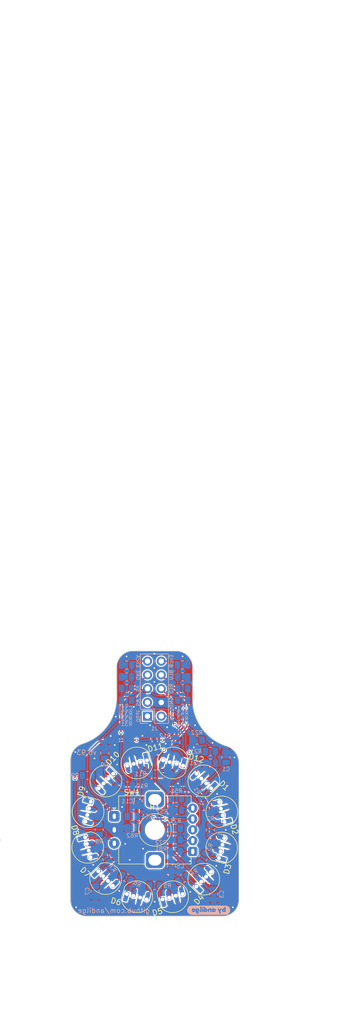
<source format=kicad_pcb>
(kicad_pcb (version 20211014) (generator pcbnew)
  (title_block (title "Futai RGB Encoder with WS2811D F5 Ring") (date "2022-02-24") (rev "0.93") (company "andilge"))
  (layers (0 "F.Cu" signal) (31 "B.Cu" signal) (34 "B.Paste" user) (35 "F.Paste" user) (36 "B.SilkS" user "B.Silkscreen") (37 "F.SilkS" user "F.Silkscreen") (38 "B.Mask" user) (39 "F.Mask" user) (44 "Edge.Cuts" user))
  (net 0 "")
  (net 1 "GND")
  (net 2 "Net-(C21-Pad1)")
  (net 3 "Net-(C31-Pad2)")
  (net 4 "Net-(C41-Pad2)")
  (net 5 "Net-(D1-Pad1)")
  (net 6 "DIN")
  (net 7 "Net-(D2-Pad1)")
  (net 8 "Net-(D4-Pad1)")
  (net 9 "Net-(D5-Pad1)")
  (net 10 "Net-(D7-Pad1)")
  (net 11 "Net-(D8-Pad1)")
  (net 12 "Net-(D10-Pad4)")
  (net 13 "Net-(D10-Pad1)")
  (net 14 "Net-(D11-Pad1)")
  (net 15 "DOUT")
  (net 16 "+5VL")
  (net 17 "RED")
  (net 18 "BLU")
  (net 19 "GRE")
  (net 20 "SWC")
  (net 21 "ENC_A")
  (net 22 "ENC_B")
  (net 23 "Net-(D3-Pad1)")
  (net 24 "Net-(D6-Pad1)")
  (net 25 "Net-(D2-Pad4)")
  (net 26 "Net-(D3-Pad4)")
  (net 27 "Net-(D4-Pad4)")
  (net 28 "Net-(D5-Pad4)")
  (net 29 "Net-(D6-Pad4)")
  (net 30 "Net-(D7-Pad4)")
  (net 31 "Net-(D8-Pad4)")
  (net 32 "Net-(D9-Pad1)")
  (net 33 "Net-(D9-Pad4)")
  (net 34 "Net-(D11-Pad4)")
  (net 35 "Net-(D12-Pad4)")
  (net 36 "Q-RED")
  (net 37 "Q-GRE")
  (net 38 "Q-BLU")
  (net 39 "Net-(R81-Pad2)")
  (net 40 "Net-(D12-Pad1)")
  (footprint "andilge KiCad footprints:WS2811D-F5-1261" (layer "F.Cu") (at 122.66 89.45 105)
    (fp_text reference "D8")
    (fp_text value "WS2812D F5 hat")
  )
  (footprint "andilge KiCad footprints:WS2811D-F5-1261" (layer "F.Cu") (at 147.38 89.59 -105)
    (fp_text reference "D3")
    (fp_text value "WS2812D F5 hat")
  )
  (footprint "andilge KiCad footprints:WS2811D-F5-1261" (layer "F.Cu") (at 144.07 95.34 -135)
    (fp_text reference "D4")
    (fp_text value "WS2812D F5 hat")
  )
  (footprint "andilge KiCad footprints:WS2811D-F5-1261" (layer "F.Cu") (at 125.94 95.22 135)
    (fp_text reference "D7")
    (fp_text value "WS2812D F5 hat")
  )
  (footprint "andilge KiCad footprints:WS2811D-F5-1261" (layer "F.Cu") (at 147.42 82.92 -75)
    (fp_text reference "D2")
    (fp_text value "WS2812D F5 hat")
  )
  (footprint "andilge KiCad footprints:MountingHole_3.2mm_M3" (layer "F.Cu") (at 135.04 86.24)
    (fp_text reference "H1")
    (fp_text value "MountingHole")
  )
  (footprint "andilge KiCad footprints:WS2811D-F5-1261" (layer "F.Cu") (at 131.76 73.87 15)
    (fp_text reference "D11")
    (fp_text value "WS2812D F5 hat")
  )
  (footprint "footprints:LED_RotaryEncoder_EC12_Switch_Vertical_H20mm" (layer "F.Cu") (at 135.05 86.225)
    (fp_text reference "SW1")
    (fp_text value "RotaryEncoder_Switch_RGB")
  )
  (footprint "andilge KiCad footprints:WS2811D-F5-1261" (layer "F.Cu") (at 138.41 73.88 -15)
    (fp_text reference "D12")
    (fp_text value "WS2812D F5 hat")
  )
  (footprint "andilge KiCad footprints:WS2811D-F5-1261" (layer "F.Cu") (at 144.1 77.2 -45)
    (fp_text reference "D1")
    (fp_text value "WS2812D F5 hat")
  )
  (footprint "andilge KiCad footprints:WS2811D-F5-1261" (layer "F.Cu") (at 138.31 98.58 -165)
    (fp_text reference "D5")
    (fp_text value "WS2812D F5 hat")
  )
  (footprint "andilge KiCad footprints:WS2811D-F5-1261" (layer "F.Cu") (at 122.72 82.87 75)
    (fp_text reference "D9")
    (fp_text value "WS2812D F5 hat")
  )
  (footprint "andilge KiCad footprints:WS2811D-F5-1261" (layer "F.Cu") (at 131.7 98.57 165)
    (fp_text reference "D6")
    (fp_text value "WS2812D F5 hat")
  )
  (footprint "andilge KiCad footprints:WS2811D-F5-1261" (layer "F.Cu") (at 126.01 77.2 45)
    (fp_text reference "D10")
    (fp_text value "WS2812D F5 hat")
  )
  (footprint "Resistor_SMD:R_0805_2012Metric" (layer "B.Cu") (at 140.18 62.3)
    (fp_text reference "R41")
    (fp_text value "10kΩ")
  )
  (footprint "Resistor_SMD:R_0805_2012Metric" (layer "B.Cu") (at 139.05 80.43 180)
    (fp_text reference "R51")
    (fp_text value "12kΩ")
  )
  (footprint "Resistor_SMD:R_0805_2012Metric" (layer "B.Cu") (at 129.83 57.99)
    (fp_text reference "R33")
    (fp_text value "39kΩ")
  )
  (footprint "Resistor_SMD:R_0805_2012Metric" (layer "B.Cu") (at 138.84 90.21)
    (fp_text reference "R81")
    (fp_text value "100Ω")
  )
  (footprint "Capacitor_SMD:C_0805_2012Metric" (layer "B.Cu") (at 148.18 72.81 90)
    (fp_text reference "C1")
    (fp_text value "220nF")
  )
  (footprint "Resistor_SMD:R_0805_2012Metric" (layer "B.Cu") (at 145.3 71.75 180)
    (fp_text reference "R21")
    (fp_text value "33kΩ")
  )
  (footprint "Resistor_SMD:R_0805_2012Metric" (layer "B.Cu") (at 130.878572 85.83)
    (fp_text reference "R62")
    (fp_text value "2kΩ")
  )
  (footprint "Resistor_SMD:R_0805_2012Metric" (layer "B.Cu") (at 138.86 85.92 180)
    (fp_text reference "R71")
    (fp_text value "12kΩ")
  )
  (footprint "Resistor_SMD:R_0805_2012Metric" (layer "B.Cu") (at 130.88 83.74 180)
    (fp_text reference "R61")
    (fp_text value "12kΩ")
  )
  (footprint "Resistor_SMD:R_0805_2012Metric" (layer "B.Cu") (at 122.56 76.17)
    (fp_text reference "R9")
    (fp_text value "75Ω")
  )
  (footprint "Resistor_SMD:R_0805_2012Metric" (layer "B.Cu") (at 138.84 88.06)
    (fp_text reference "R72")
    (fp_text value "2kΩ")
  )
  (footprint "Connector_PinHeader_2.54mm:PinHeader_2x05_P2.54mm_Vertical" (layer "B.Cu") (at 133.69 65.23)
    (fp_text reference "J1")
    (fp_text value "Conn_02x05_Top_Bottom")
  )
  (footprint "Resistor_SMD:R_0805_2012Metric" (layer "B.Cu") (at 144.06 81.05 120)
    (fp_text reference "R1")
    (fp_text value "75Ω")
  )
  (footprint "Resistor_SMD:R_0805_2012Metric" (layer "B.Cu") (at 135 96.51 180)
    (fp_text reference "R5")
    (fp_text value "75Ω")
  )
  (footprint "Resistor_SMD:R_0805_2012Metric" (layer "B.Cu") (at 139.048572 82.61)
    (fp_text reference "R52")
    (fp_text value "2kΩ")
  )
  (footprint "Resistor_SMD:R_0805_2012Metric" (layer "B.Cu") (at 129.77 95.04 150)
    (fp_text reference "R6")
    (fp_text value "75Ω")
  )
  (footprint "Resistor_SMD:R_0805_2012Metric" (layer "B.Cu") (at 143.94 91.42 -120)
    (fp_text reference "R3")
    (fp_text value "75Ω")
  )
  (footprint "Resistor_SMD:R_0805_2012Metric" (layer "B.Cu") (at 138.9 70.08 90)
    (fp_text reference "R12")
    (fp_text value "75Ω")
  )
  (footprint "Capacitor_SMD:C_0805_2012Metric" (layer "B.Cu") (at 145.3 73.89 180)
    (fp_text reference "C21")
    (fp_text value "100nF")
  )
  (footprint "Resistor_SMD:R_0805_2012Metric" (layer "B.Cu") (at 124.75 86.19 -90)
    (fp_text reference "R8")
    (fp_text value "75Ω")
  )
  (footprint "Resistor_SMD:R_0805_2012Metric" (layer "B.Cu") (at 140.19 95.22 -150)
    (fp_text reference "R4")
    (fp_text value "75Ω")
  )
  (footprint "Resistor_SMD:R_0805_2012Metric" (layer "B.Cu") (at 135.08 75.91)
    (fp_text reference "R11")
    (fp_text value "75Ω")
  )
  (footprint "Capacitor_SMD:C_0805_2012Metric" (layer "B.Cu") (at 129.83 55.78)
    (fp_text reference "C31")
    (fp_text value "10nF")
  )
  (footprint "Capacitor_SMD:C_0805_2012Metric" (layer "B.Cu") (at 131.96 80.93 90)
    (fp_text reference "C11")
    (fp_text value "220nF")
  )
  (footprint "Resistor_SMD:R_0805_2012Metric" (layer "B.Cu") (at 140.18 60.14)
    (fp_text reference "R42")
    (fp_text value "10kΩ")
  )
  (footprint "Capacitor_SMD:C_0805_2012Metric" (layer "B.Cu") (at 145.93 98.11 -90)
    (fp_text reference "C3")
    (fp_text value "220nF")
  )
  (footprint "Resistor_SMD:R_0805_2012Metric" (layer "B.Cu") (at 129.98 78.1)
    (fp_text reference "R10")
    (fp_text value "75Ω")
  )
  (footprint "Resistor_SMD:R_0805_2012Metric" (layer "B.Cu") (at 140.18 57.96 180)
    (fp_text reference "R43")
    (fp_text value "39kΩ")
  )
  (footprint "Capacitor_SMD:C_0805_2012Metric" (layer "B.Cu") (at 140.16 55.76 180)
    (fp_text reference "C41")
    (fp_text value "10nF")
  )
  (footprint "Capacitor_SMD:C_0805_2012Metric" (layer "B.Cu") (at 138.11 92.96 90)
    (fp_text reference "C5")
    (fp_text value "220nF")
  )
  (footprint "Resistor_SMD:R_0805_2012Metric" (layer "B.Cu") (at 129.83 60.12 180)
    (fp_text reference "R32")
    (fp_text value "10kΩ")
  )
  (footprint "Capacitor_SMD:C_0805_2012Metric" (layer "B.Cu") (at 125.77 72.03 90)
    (fp_text reference "C9")
    (fp_text value "220nF")
  )
  (footprint "Resistor_SMD:R_0805_2012Metric" (layer "B.Cu") (at 129.83 62.29 180)
    (fp_text reference "R31")
    (fp_text value "10kΩ")
  )
  (footprint "Resistor_SMD:R_0805_2012Metric" (layer "B.Cu") (at 145.31 86.26 90)
    (fp_text reference "R2")
    (fp_text value "75Ω")
  )
  (footprint "kibuzzard-6202B283" (layer "B.Cu") (at 144.99 101.07 180)
    (fp_text reference "kibuzzard-6202B283" hide)
    (fp_text value "G***" hide)
  )
  (footprint "Resistor_SMD:R_0805_2012Metric" (layer "B.Cu") (at 126.13 91.34 -60)
    (fp_text reference "R7")
    (fp_text value "75Ω")
  )
  (footprint "Resistor_SMD:R_0805_2012Metric" (layer "B.Cu") (at 142.82 69.64)
    (fp_text reference "R22")
    (fp_text value "68kΩ")
  )
  (footprint "Capacitor_SMD:C_0805_2012Metric" (layer "B.Cu") (at 123.99 97.58 -90)
    (fp_text reference "C7")
    (fp_text value "220nF")
  )
  (gr_arc (start 148.266039 70.753961) (mid 149.851232 71.825262) (end 150.556039 73.603961) (layer "Edge.Cuts") (width 0.1))
  (gr_line (start 142.01 62.18) (end 142.01 56.19) (layer "Edge.Cuts") (width 0.1))
  (gr_line (start 150.556039 73.603961) (end 150.56 99.17) (layer "Edge.Cuts") (width 0.1))
  (gr_arc (start 106.48068 88.11) (mid 106.48068 88.11) (end 106.48068 88.11) (layer "Edge.Cuts") (width 0.1))
  (gr_arc (start 150.56 99.17) (mid 149.68132 101.29132) (end 147.56 102.17) (layer "Edge.Cuts") (width 0.1))
  (gr_arc (start 122.45132 102.17868) (mid 120.33 101.3) (end 119.45132 99.17868) (layer "Edge.Cuts") (width 0.1))
  (gr_line (start 128 56.18) (end 128.01 61.73) (layer "Edge.Cuts") (width 0.1))
  (gr_line (start 119.463961 73.153961) (end 119.45132 99.17868) (layer "Edge.Cuts") (width 0.1))
  (gr_arc (start 148.266039 70.753961) (mid 143.740272 67.486855) (end 142.01 62.18) (layer "Edge.Cuts") (width 0.1))
  (gr_arc (start 128.01 61.73) (mid 126.279728 67.036855) (end 121.753961 70.303961) (layer "Edge.Cuts") (width 0.1))
  (gr_arc (start 139.01 53.19) (mid 141.13132 54.06868) (end 142.01 56.19) (layer "Edge.Cuts") (width 0.1))
  (gr_line (start 122.45132 102.17868) (end 147.56 102.17) (layer "Edge.Cuts") (width 0.1))
  (gr_arc (start 128 56.18) (mid 128.87868 54.05868) (end 131 53.18) (layer "Edge.Cuts") (width 0.1))
  (gr_line (start 131 53.18) (end 139.01 53.19) (layer "Edge.Cuts") (width 0.1))
  (gr_arc (start 119.463961 73.153961) (mid 120.168767 71.375261) (end 121.753961 70.303961) (layer "Edge.Cuts") (width 0.1))
  (gr_text "GRE" (at 131.92 57.61 270) (layer "B.SilkS") (effects (font (size 0.65 0.65) (thickness 0.1)) (justify mirror)))
  (gr_text "github.com/andilge" (at 127.48 101.13) (layer "B.SilkS") (effects (font (size 0.9 0.9) (thickness 0.12)) (justify mirror)))
  (gr_text "SW" (at 131.93 62.7 270) (layer "B.SilkS") (effects (font (size 0.65 0.65) (thickness 0.1)) (justify mirror)))
  (gr_text "RED" (at 138.08 60.16 90) (layer "B.SilkS") (effects (font (size 0.65 0.65) (thickness 0.1)) (justify mirror)))
  (gr_text "5V" (at 131.92 60.15 270) (layer "B.SilkS") (effects (font (size 0.65 0.65) (thickness 0.1)) (justify mirror)))
  (gr_text "EncA" (at 131.92 55.08 270) (layer "B.SilkS") (effects (font (size 0.65 0.65) (thickness 0.1)) (justify mirror)))
  (gr_text "Din" (at 138.09 65.24 90) (layer "B.SilkS") (effects (font (size 0.65 0.65) (thickness 0.1)) (justify mirror)))
  (gr_text "v0.93" (at 122.43 71.93) (layer "B.SilkS") (effects (font (size 0.9 0.9) (thickness 0.12)) (justify mirror)))
  (gr_text "BLU" (at 138.08 57.62 90) (layer "B.SilkS") (effects (font (size 0.65 0.65) (thickness 0.1)) (justify mirror)))
  (gr_text "EncB" (at 138.08 55.07 90) (layer "B.SilkS") (effects (font (size 0.65 0.65) (thickness 0.1)) (justify mirror)))
  (gr_text "GND" (at 138.08 62.7 90) (layer "B.SilkS") (effects (font (size 0.65 0.65) (thickness 0.1)) (justify mirror)))
  (gr_text "Dout" (at 131.92 65.22 270) (layer "B.SilkS") (effects (font (size 0.65 0.65) (thickness 0.1)) (justify mirror)))
  (segment (start 125.621091 77.588909) (end 125.618909 77.588909) (width 0.25) (layer "F.Cu") (net 1))
  (segment (start 122.80235 89.981259) (end 122.208741 89.981259) (width 0.25) (layer "F.Cu") (net 1))
  (segment (start 132.231259 98.71235) (end 132.231259 99.258741) (width 0.25) (layer "F.Cu") (net 1))
  (segment (start 122.56765 83.401259) (end 122.031259 83.401259) (width 0.25) (layer "F.Cu") (net 1))
  (via (at 134.95 56.34) (size 0.6) (drill 0.3) (layers "F.Cu" "B.Cu") (net 1))
  (via (at 132.87 89.71) (size 0.6) (drill 0.3) (layers "F.Cu" "B.Cu") (net 1))
  (via (at 139.33 77.66) (size 0.6) (drill 0.3) (layers "F.Cu" "B.Cu") (net 1))
  (via (at 138.93 63.72) (size 0.6) (drill 0.3) (layers "F.Cu" "B.Cu") (net 1))
  (via (at 145.7 70.15) (size 0.6) (drill 0.3) (layers "F.Cu" "B.Cu") (net 1))
  (via (at 127.83 65.32) (size 0.6) (drill 0.3) (layers "F.Cu" "B.Cu") (net 1))
  (via (at 134.96 53.68) (size 0.6) (drill 0.3) (layers "F.Cu" "B.Cu") (net 1))
  (via (at 149.46 100.54) (size 0.6) (drill 0.3) (layers "F.Cu" "B.Cu") (net 1))
  (via (at 120.49 100.54) (size 0.6) (drill 0.3) (layers "F.Cu" "B.Cu") (net 1))
  (via (at 122.48 79.21) (size 0.6) (drill 0.3) (layers "F.Cu" "B.Cu") (net 1))
  (via (at 128.98 82.01) (size 0.6) (drill 0.3) (layers "F.Cu" "B.Cu") (net 1))
  (via (at 141.6 97.68) (size 0.6) (drill 0.3) (layers "F.Cu" "B.Cu") (net 1))
  (via (at 142.24 70.99) (size 0.6) (drill 0.3) (layers "F.Cu" "B.Cu") (net 1))
  (via (at 146.39 92.86) (size 0.6) (drill 0.3) (layers "F.Cu" "B.Cu") (net 1))
  (via (at 131.16 63.5) (size 0.6) (drill 0.3) (layers "F.Cu" "B.Cu") (net 1))
  (via (at 141.55 92.01) (size 0.6) (drill 0.3) (layers "F.Cu" "B.Cu") (net 1))
  (via (at 149.77 72.85) (size 0.6) (drill 0.3) (layers "F.Cu" "B.Cu") (net 1))
  (via (at 137.31 67.29) (size 0.6) (drill 0.3) (layers "F.Cu" "B.Cu") (net 1))
  (via (at 135.01 99.51) (size 0.6) (drill 0.3) (layers "F.Cu" "B.Cu") (net 1))
  (via (at 134.15 66.92) (size 0.6) (drill 0.3) (layers "F.Cu" "B.Cu") (net 1))
  (via (at 126.89 68.89) (size 0.6) (drill 0.3) (layers "F.Cu" "B.Cu") (net 1))
  (via (at 134.95 58.89) (size 0.6) (drill 0.3) (layers "F.Cu" "B.Cu") (net 1))
  (via (at 129.58 88.81) (size 0.6) (drill 0.3) (layers "F.Cu" "B.Cu") (net 1))
  (via (at 140.16 54.18) (size 0.6) (drill 0.3) (layers "F.Cu" "B.Cu") (net 1))
  (via (at 120.35 71.86) (size 0.6) (drill 0.3) (layers "F.Cu" "B.Cu") (net 1))
  (via (at 146.55 79.58) (size 0.6) (drill 0.3) (layers "F.Cu" "B.Cu") (net 1))
  (via (at 123.66 92.68) (size 0.6) (drill 0.3) (layers "F.Cu" "B.Cu") (net 1))
  (via (at 142.47 66.91) (size 0.6) (drill 0.3) (layers "F.Cu" "B.Cu") (net 1))
  (via (at 130.39 91.78) (size 0.6) (drill 0.3) (layers "F.Cu" "B.Cu") (net 1))
  (via (at 137.04 70.31) (size 0.6) (drill 0.3) (layers "F.Cu" "B.Cu") (net 1))
  (via (at 148.14 86.24) (size 0.6) (drill 0.3) (layers "F.Cu" "B.Cu") (net 1))
  (via (at 133.48 70.57) (size 0.6) (drill 0.3) (layers "F.Cu" "B.Cu") (net 1))
  (via (at 128.07 74.16) (size 0.6) (drill 0.3) (layers "F.Cu" "B.Cu") (net 1))
  (via (at 127.62 70.56) (size 0.6) (drill 0.3) (layers "F.Cu" "B.Cu") (net 1))
  (via (at 128.47 97.51) (size 0.6) (drill 0.3) (layers "F.Cu" "B.Cu") (net 1))
  (via (at 123.89 73.04) (size 0.6) (drill 0.3) (layers "F.Cu" "B.Cu") (net 1))
  (via (at 132.76 68.85) (size 0.6) (drill 0.3) (layers "F.Cu" "B.Cu") (net 1))
  (via (at 129.82 54.18) (size 0.6) (drill 0.3) (layers "F.Cu" "B.Cu") (net 1))
  (via (at 120.86 86.15) (size 0.6) (drill 0.3) (layers "F.Cu" "B.Cu") (net 1))
  (segment (start 135.788427 63.96) (end 137.224073 63.96) (width 0.25) (layer "B.Cu") (net 2))
  (segment (start 143.7325 69.64) (end 144.1025 69.64) (width 0.25) (layer "B.Cu") (net 2))
  (segment (start 133.69 62.69) (end 134.374214 63.374214) (width 0.25) (layer "B.Cu") (net 2))
  (segment (start 138.638287 64.545787) (end 143.7325 69.64) (width 0.25) (layer "B.Cu") (net 2))
  (segment (start 144.1025 69.64) (end 146.2125 71.75) (width 0.25) (layer "B.Cu") (net 2))
  (segment (start 146.2125 73.8525) (end 146.25 73.89) (width 0.25) (layer "B.Cu") (net 2))
  (segment (start 146.2125 71.75) (end 146.2125 73.8525) (width 0.25) (layer "B.Cu") (net 2))
  (arc (start 134.374214 63.374214) (mid 135.02306 63.807759) (end 135.788427 63.96) (width 0.25) (layer "B.Cu") (net 2))
  (arc (start 138.638287 64.545787) (mid 137.98944 64.112241) (end 137.224073 63.96) (width 0.25) (layer "B.Cu") (net 2))
  (segment (start 133.69 55.07) (end 132.11132 55.07) (width 0.25) (layer "B.Cu") (net 3))
  (segment (start 130.7425 60.12) (end 130.7425 55.8175) (width 0.25) (layer "B.Cu") (net 3))
  (segment (start 130.7425 55.8175) (end 130.78 55.78) (width 0.25) (layer "B.Cu") (net 3))
  (segment (start 131.05066 55.50934) (end 130.78 55.78) (width 0.25) (layer "B.Cu") (net 3))
  (arc (start 132.11132 55.07) (mid 131.537295 55.184181) (end 131.05066 55.50934) (width 0.25) (layer "B.Cu") (net 3))
  (segment (start 139.28 55.9) (end 139.3275 55.9475) (width 0.25) (layer "B.Cu") (net 4))
  (segment (start 139.2675 60.14) (end 139.2675 55.8175) (width 0.25) (layer "B.Cu") (net 4))
  (segment (start 136.23 55.07) (end 137.89868 55.07) (width 0.25) (layer "B.Cu") (net 4))
  (segment (start 139.2675 55.8175) (end 139.21 55.76) (width 0.25) (layer "B.Cu") (net 4))
  (segment (start 138.95934 55.50934) (end 139.21 55.76) (width 0.25) (layer "B.Cu") (net 4))
  (arc (start 138.95934 55.50934) (mid 138.472705 55.184181) (end 137.89868 55.07) (width 0.25) (layer "B.Cu") (net 4))
  (segment (start 145.372792 78.472792) (end 145.372792 78.64071) (width 0.25) (layer "B.Cu") (net 5))
  (segment (start 143.60375 80.259752) (end 143.734324 80.259752) (width 0.4) (layer "B.Cu") (net 5))
  (segment (start 143.734324 80.259752) (end 145.447038 78.547038) (width 0.4) (layer "B.Cu") (net 5))
  (segment (start 142.167175 72.647175) (end 141.41 71.89) (width 0.25) (layer "F.Cu") (net 6))
  (segment (start 142.752962 75.852962) (end 142.752962 74.061389) (width 0.25) (layer "F.Cu") (net 6))
  (via (at 141.41 71.89) (size 0.6) (drill 0.3) (layers "F.Cu" "B.Cu") (net 6))
  (arc (start 142.752962 74.061389) (mid 142.600721 73.296022) (end 142.167175 72.647175) (width 0.25) (layer "F.Cu") (net 6))
  (segment (start 141.305787 71.785787) (end 141.41 71.89) (width 0.25) (layer "B.Cu") (net 6))
  (segment (start 140.72 68.034214) (end 140.72 70.371573) (width 0.25) (layer "B.Cu") (net 6))
  (segment (start 138.622893 65.522893) (end 140.427107 67.327107) (width 0.25) (layer "B.Cu") (net 6))
  (segment (start 136.23 65.23) (end 137.915786 65.23) (width 0.25) (layer "B.Cu") (net 6))
  (arc (start 137.915786 65.23) (mid 138.298469 65.30612) (end 138.622893 65.522893) (width 0.25) (layer "B.Cu") (net 6))
  (arc (start 140.427107 67.327107) (mid 140.64388 67.651531) (end 140.72 68.034214) (width 0.25) (layer "B.Cu") (net 6))
  (arc (start 140.72 70.371573) (mid 140.872241 71.13694) (end 141.305787 71.785787) (width 0.25) (layer "B.Cu") (net 6))
  (segment (start 147.618532 85.054607) (end 147.91305 84.760089) (width 0.4) (layer "B.Cu") (net 7))
  (segment (start 147.847051 84.513778) (end 147.807051 84.553778) (width 0.25) (layer "B.Cu") (net 7))
  (segment (start 145.31 85.3475) (end 146.911425 85.3475) (width 0.4) (layer "B.Cu") (net 7))
  (arc (start 146.911425 85.3475) (mid 147.294108 85.27138) (end 147.618532 85.054607) (width 0.4) (layer "B.Cu") (net 7))
  (segment (start 140.980248 94.76375) (end 140.980248 94.944324) (width 0.25) (layer "B.Cu") (net 8))
  (segment (start 141.080248 94.99375) (end 141.178166 94.99375) (width 0.25) (layer "B.Cu") (net 8))
  (segment (start 140.980248 94.944324) (end 142.722962 96.687038) (width 0.25) (layer "B.Cu") (net 8))
  (segment (start 136.205393 98.808532) (end 136.469911 99.07305) (width 0.25) (layer "B.Cu") (net 9))
  (segment (start 135.9125 96.51) (end 135.9125 98.101425) (width 0.25) (layer "B.Cu") (net 9))
  (arc (start 135.9125 98.101425) (mid 135.98862 98.484108) (end 136.205393 98.808532) (width 0.25) (layer "B.Cu") (net 9))
  (segment (start 126.58625 92.130248) (end 126.335676 92.130248) (width 0.25) (layer "B.Cu") (net 10))
  (segment (start 126.335676 92.130248) (end 124.592962 93.872962) (width 0.25) (layer "B.Cu") (net 10))
  (segment (start 122.16695 87.609911) (end 123.828375 87.609911) (width 0.25) (layer "B.Cu") (net 11))
  (segment (start 124.535482 87.317018) (end 124.75 87.1025) (width 0.25) (layer "B.Cu") (net 11))
  (arc (start 123.828375 87.609911) (mid 124.211058 87.533791) (end 124.535482 87.317018) (width 0.25) (layer "B.Cu") (net 11))
  (segment (start 124.058287 77.942363) (end 124.662962 78.547038) (width 0.25) (layer "B.Cu") (net 12))
  (segment (start 123.4725 76.17) (end 123.4725 76.528149) (width 0.25) (layer "B.Cu") (net 12))
  (arc (start 123.4725 76.528149) (mid 123.624741 77.293516) (end 124.058287 77.942363) (width 0.25) (layer "B.Cu") (net 12))
  (segment (start 129.0675 77.981714) (end 129.0675 78.1) (width 0.25) (layer "B.Cu") (net 13))
  (segment (start 127.357038 75.852962) (end 127.357038 75.857038) (width 0.25) (layer "B.Cu") (net 13))
  (segment (start 127.357038 75.857038) (end 128.774607 77.274607) (width 0.25) (layer "B.Cu") (net 13))
  (arc (start 129.0675 77.981714) (mid 128.99138 77.599031) (end 128.774607 77.274607) (width 0.25) (layer "B.Cu") (net 13))
  (segment (start 133.874607 73.651468) (end 133.600089 73.37695) (width 0.4) (layer "B.Cu") (net 14))
  (segment (start 134.1675 75.91) (end 134.1675 74.358575) (width 0.4) (layer "B.Cu") (net 14))
  (segment (start 133.353778 73.442949) (end 133.363778 73.452949) (width 0.25) (layer "B.Cu") (net 14))
  (arc (start 134.1675 74.358575) (mid 134.09138 73.975892) (end 133.874607 73.651468) (width 0.4) (layer "B.Cu") (net 14))
  (segment (start 138.455927 69.1675) (end 138.9 69.1675) (width 0.25) (layer "B.Cu") (net 15))
  (segment (start 133.69 65.23) (end 137.041714 68.581714) (width 0.25) (layer "B.Cu") (net 15))
  (arc (start 138.455927 69.1675) (mid 137.69056 69.015259) (end 137.041714 68.581714) (width 0.25) (layer "B.Cu") (net 15))
  (segment (start 134.514213 68.914213) (end 132.665786 67.065786) (width 0.8) (layer "F.Cu") (net 16))
  (segment (start 137.94 91.961573) (end 137.94 90.2) (width 0.8) (layer "F.Cu") (net 16))
  (segment (start 131.66 81.148427) (end 131.66 86.27) (width 0.8) (layer "F.Cu") (net 16))
  (segment (start 137.94 87.91) (end 137.94 80.568427) (width 0.8) (layer "F.Cu") (net 16))
  (segment (start 143.645736 95.764264) (end 138.525786 90.644314) (width 0.8) (layer "F.Cu") (net 16))
  (segment (start 126.459013 76.750987) (end 127.90724 78.199214) (width 0.8) (layer "F.Cu") (net 16))
  (segment (start 132.08 65.651573) (end 132.08 62.588427) (width 0.8) (layer "F.Cu") (net 16))
  (segment (start 147.58435 83.533363) (end 146.549149 83.533363) (width 0.8) (layer "F.Cu") (net 16))
  (segment (start 138.081472 90.2) (end 137.94 90.2) (width 0.4) (layer "F.Cu") (net 16))
  (segment (start 136.91 78.71) (end 135.685786 77.485786) (width 0.8) (layer "F.Cu") (net 16))
  (segment (start 132.373363 73.70565) (end 132.373363 74.136256) (width 0.8) (layer "F.Cu") (net 16))
  (segment (start 134.206447 75.193553) (end 135.1 74.3) (width 0.8) (layer "F.Cu") (net 16))
  (segment (start 144.63 83.52) (end 144.63 86.773502) (width 0.8) (layer "F.Cu") (net 16))
  (segment (start 137.696637 98.74435) (end 137.696637 96.246636) (width 0.8) (layer "F.Cu") (net 16))
  (segment (start 127.839163 90.930736) (end 129.380736 90.930736) (width 0.8) (layer "F.Cu") (net 16))
  (segment (start 138.876916 74.893084) (end 137.756446 76.013554) (width 0.8) (layer "F.Cu") (net 16))
  (segment (start 146.783412 90.169555) (end 147.224709 90.169555) (width 0.8) (layer "F.Cu") (net 16))
  (segment (start 135.1 74.3) (end 135.1 71.66) (width 0.8) (layer "F.Cu") (net 16))
  (segment (start 135.1 75.37) (end 135.1 76.051573) (width 0.8) (layer "F.Cu") (net 16))
  (segment (start 137.402893 76.16) (end 136.097107 76.16) (width 0.8) (layer "F.Cu") (net 16))
  (segment (start 133.195 78.785) (end 132.88 79.1) (width 0.8) (layer "F.Cu") (net 16))
  (segment (start 137.94 89.230101) (end 137.94 87.91) (width 0.8) (layer "F.Cu") (net 16))
  (segment (start 125.515736 94.795736) (end 129.380736 90.930736) (width 0.8) (layer "F.Cu") (net 16))
  (segment (start 125.502424 89.422424) (end 126.42495 90.34495) (width 0.8) (layer "F.Cu") (net 16))
  (segment (start 132.88 79.1) (end 132.245787 79.734213) (width 0.8) (layer "F.Cu") (net 16))
  (segment (start 129.380736 90.930736) (end 130.650736 89.660736) (width 0.8) (layer "F.Cu") (net 16))
  (segment (start 137.11085 94.832422) (end 136.504214 94.225786) (width 0.8) (layer "F.Cu") (net 16))
  (segment (start 133.577107 75.34) (end 133.852893 75.34) (width 0.8) (layer "F.Cu") (net 16))
  (segment (start 122.49565 88.836637) (end 124.08821 88.836637) (width 0.8) (layer "F.Cu") (net 16))
  (segment (start 131.66 87.823045) (end 131.66 86.27) (width 0.8) (layer "F.Cu") (net 16))
  (segment (start 135.743553 76.013553) (end 135.1 75.37) (width 0.8) (layer "F.Cu") (net 16))
  (segment (start 135.1 71.66) (end 135.1 70.328427) (width 0.8) (layer "F.Cu") (net 16))
  (segment (start 143.01868 79.58868) (end 143.751321 80.321321) (width 0.8) (layer "F.Cu") (net 16))
  (segment (start 132.245787 92.795787) (end 133.675787 94.225787) (width 0.8) (layer "F.Cu") (net 16))
  (segment (start 131.086637 98.40565) (end 131.086637 97.643364) (width 0.8) (layer "F.Cu") (net 16))
  (segment (start 145.50868 88.894823) (end 146.783412 90.169555) (width 0.8) (layer "F.Cu") (net 16))
  (segment (start 136.504214 94.225786) (end 137.354214 93.375786) (width 0.8) (layer "F.Cu") (net 16))
  (segment (start 144.524264 77.625736) (end 144.025786 78.124214) (width 0.4) (layer "F.Cu") (net 16))
  (segment (start 135.1 75.37) (end 135.1 74.3) (width 0.8) (layer "F.Cu") (net 16))
  (segment (start 131.66 87.09) (end 131.66 86.27) (width 0.8) (layer "F.Cu") (net 16))
  (segment (start 132.665787 61.174213) (end 133.69 60.15) (width 0.8) (layer "F.Cu") (net 16))
  (segment (start 131.672424 96.22915) (end 133.675787 94.225787) (width 0.8) (layer "F.Cu") (net 16))
  (segment (start 129.321453 78.785) (end 133.195 78.785) (width 0.8) (layer "F.Cu") (net 16))
  (segment (start 140.897359 78.71) (end 142.195887 78.71) (width 0.8) (layer "F.Cu") (net 16))
  (segment (start 144.317208 77.83132) (end 144.524264 77.624264) (width 0.8) (layer "F.Cu") (net 16))
  (segment (start 139.023363 74.04435) (end 139.023363 74.53953) (width 0.8) (layer "F.Cu") (net 16))
  (segment (start 136.91 78.71) (end 140.897359 78.71) (width 0.8) (layer "F.Cu") (net 16))
  (segment (start 131.66 88.33) (end 131.66 91.381573) (width 0.8) (layer "F.Cu") (net 16))
  (segment (start 134.075 77.905) (end 133.195 78.785) (width 0.8) (layer "F.Cu") (net 16))
  (segment (start 132.51981 74.48981) (end 133.223554 75.193554) (width 0.8) (layer "F.Cu") (net 16))
  (segment (start 135.1 76.071573) (end 135.1 75.37) (width 0.8) (layer "F.Cu") (net 16))
  (segment (start 126.435603 81.67085) (end 129.321453 78.785) (width 0.8) (layer "F.Cu") (net 16))
  (segment (start 122.88435 82.256637) (end 125.021389 82.256637) (width 0.8) (layer "F.Cu") (net 16))
  (segment (start 137.94 90.2) (end 137.94 87.91) (width 0.8) (layer "F.Cu") (net 16))
  (segment (start 144.63 82.442641) (end 144.63 83.52) (width 0.8) (layer "F.Cu") (net 16))
  (segment (start 137.354213 79.154213) (end 136.91 78.71) (width 0.8) (layer "F.Cu") (net 16))
  (segment (start 134.514213 77.465787) (end 134.075 77.905) (width 0.8) (layer "F.Cu") (net 16))
  (segment (start 130.650736 89.660736) (end 131.074214 89.237258) (width 0.8) (layer "F.Cu") (net 16))
  (segment (start 145.134935 82.947576) (end 144.63 82.442641) (width 0.8) (layer "F.Cu") (net 16))
  (segment (start 131.66 88.33) (end 131.66 87.09) (width 0.8) (layer "F.Cu") (net 16))
  (arc (start 125.502424 89.422424) (mid 124.853577 88.988878) (end 124.08821 88.836637) (width 0.8) (layer "F.Cu") (net 16))
  (arc (start 133.223554 75.193554) (mid 133.385766 75.30194) (end 133.577107 75.34) (width 0.8) (layer "F.Cu") (net 16))
  (arc (start 140.897359 78.71) (mid 142.04541 78.938362) (end 143.01868 79.58868) (width 0.8) (layer "F.Cu") (net 16))
  (arc (start 134.514213 77.465787) (mid 134.947759 76.81694) (end 135.1 76.051573) (width 0.8) (layer "F.Cu") (net 16))
  (arc (start 135.1 76.071573) (mid 135.252241 76.83694) (end 135.685786 77.485786) (width 0.8) (layer "F.Cu") (net 16))
  (arc (start 132.08 65.651573) (mid 132.232241 66.41694) (end 132.665786 67.065786) (width 0.8) (layer "F.Cu") (net 16))
  (arc (start 144.317208 77.83132) (mid 143.343938 78.481639) (end 142.195887 78.71) (width 0.8) (layer "F.Cu") (net 16))
  (arc (start 133.852893 75.34) (mid 134.044235 75.30194) (end 134.206447 75.193553) (width 0.8) (layer "F.Cu") (net 16))
  (arc (start 126.435603 81.67085) (mid 125.786756 82.104396) (end 125.021389 82.256637) (width 0.8) (layer "F.Cu") (net 16))
  (arc (start 137.354213 79.154213) (mid 137.787759 79.80306) (end 137.94 80.568427) (width 0.8) (layer "F.Cu") (net 16))
  (arc (start 138.876916 74.893084) (mid 138.985303 74.730872) (end 139.023363 74.53953) (width 0.8) (layer "F.Cu") (net 16))
  (arc (start 145.50868 88.894823) (mid 144.858361 87.921553) (end 144.63 86.773502) (width 0.8) (layer "F.Cu") (net 16))
  (arc (start 132.245787 92.795787) (mid 131.812241 92.14694) (end 131.66 91.381573) (width 0.8) (layer "F.Cu") (net 16))
  (arc (start 137.354214 93.375786) (mid 137.787759 92.72694) (end 137.94 91.961573) (width 0.8) (layer "F.Cu") (net 16))
  (arc (start 137.402893 76.16) (mid 137.594234 76.12194) (end 137.756446 76.013554) (width 0.8) (layer "F.Cu") (net 16))
  (arc (start 146.549149 83.533363) (mid 145.783782 83.381122) (end 145.134935 82.947576) (width 0.8) (layer "F.Cu") (net 16))
  (arc (start 127.90724 78.199214) (mid 128.556086 78.632759) (end 129.321453 78.785) (width 0.8) (layer "F.Cu") (net 16))
  (arc (start 132.08 62.588427) (mid 132.232241 61.82306) (end 132.665787 61.174213) (width 0.8) (layer "F.Cu") (net 16))
  (arc (start 137.11085 94.832422) (mid 137.544396 95.481269) (end 137.696637 96.246636) (width 0.8) (layer "F.Cu") (net 16))
  (arc (start 126.42495 90.34495) (mid 127.073796 90.778495) (end 127.839163 90.930736) (width 0.8) (layer "F.Cu") (net 16))
  (arc (start 136.504214 94.225786) (mid 135.090001 94.811573) (end 133.675787 94.225787) (width 0.8) (layer "F.Cu") (net 16))
  (arc (start 131.074214 89.237258) (mid 131.507759 88.588412) (end 131.66 87.823045) (width 0.8) (layer "F.Cu") (net 16))
  (arc (start 131.086637 97.643364) (mid 131.238878 96.877997) (end 131.672424 96.22915) (width 0.8) (layer "F.Cu") (net 16))
  (arc (start 136.097107 76.16) (mid 135.905765 76.12194) (end 135.743553 76.013553) (width 0.8) (layer "F.Cu") (net 16))
  (arc (start 132.245787 79.734213) (mid 131.812241 80.38306) (end 131.66 81.148427) (width 0.8) (layer "F.Cu") (net 16))
  (arc (start 132.51981 74.48981) (mid 132.411423 74.327598) (end 132.373363 74.136256) (width 0.8) (layer "F.Cu") (net 16))
  (arc (start 138.525786 90.644314) (mid 138.092241 89.995468) (end 137.94 89.230101) (width 0.8) (layer "F.Cu") (net 16))
  (arc (start 143.751321 80.321321) (mid 144.401639 81.294591) (end 144.63 82.442641) (width 0.8) (layer "F.Cu") (net 16))
  (arc (start 135.1 70.328427) (mid 134.947759 69.56306) (end 134.514213 68.914213) (width 0.8) (layer "F.Cu") (net 16))
  (segment (start 125.77 72.98) (end 125.77 75.64776) (width 0.25) (layer "B.Cu") (net 16))
  (segment (start 123.99 96.63) (end 123.99 96.321472) (width 0.4) (layer "B.Cu") (net 16))
  (segment (start 138.091472 90.21) (end 143.645736 95.764264) (width 0.4) (layer "B.Cu") (net 16))
  (segment (start 132.339555 79.186231) (end 132.339555 73.714709) (width 0.4) (layer "B.Cu") (net 16))
  (segment (start 144.524264 77.624264) (end 144.535736 77.624264) (width 0.8) (layer "B.Cu") (net 16))
  (segment (start 145.406188 97.16) (end 145.93 97.16) (width 0.4) (layer "B.Cu") (net 16))
  (segment (start 137.9275 90.21) (end 137.9275 91.8275) (width 0.8) (layer "B.Cu") (net 16))
  (segment (start 131.96 79.98) (end 132.046662 79.893338) (width 0.4) (layer "B.Cu") (net 16))
  (segment (start 130.7425 62.2775) (end 132.43066 60.58934) (width 0.25) (layer "B.Cu") (net 16))
  (segment (start 130.7425 62.29) (end 130.7425 62.2775) (width 0.25) (layer "B.Cu") (net 16))
  (segment (start 123.99 96.321472) (end 125.515736 94.795736) (width 0.4) (layer "B.Cu") (net 16))
  (segment (start 138.80684 61.83934) (end 139.2675 62.3) (width 0.25) (layer "B.Cu") (net 16))
  (segment (start 148.18 73.968528) (end 144.524264 77.624264) (width 0.25) (layer "B.Cu") (net 16))
  (segment (start 144.524264 77.624264) (end 144.524264 77.595736) (width 0.8) (layer "B.Cu") (net 16))
  (segment (start 137.9275 91.9375) (end 138.12 92.13) (width 0.25) (layer "B.Cu") (net 16))
  (segment (start 133.69 60.15) (end 134.50066 60.96066) (width 0.25) (layer "B.Cu") (net 16))
  (segment (start 137.9275 90.21) (end 138.091472 90.21) (width 0.4) (layer "B.Cu") (net 16))
  (segment (start 139.07684 61.85934) (end 139.3275 62.11) (width 0.25) (layer "B.Cu") (net 16))
  (segment (start 137.778741 98.368741) (end 137.54 98.13) (width 0.4) (layer "B.Cu") (net 16))
  (segment (start 143.620987 95.789013) (end 144.699081 96.867107) (width 0.4) (layer "B.Cu") (net 16))
  (segment (start 135.56132 61.4) (end 137.74618 61.4) (width 0.25) (layer "B.Cu") (net 16))
  (segment (start 137.9275 91.8275) (end 138.11 92.01) (width 0.8) (layer "B.Cu") (net 16))
  (segment (start 126.062893 76.354867) (end 126.459013 76.750987) (width 0.25) (layer "B.Cu") (net 16))
  (segment (start 133.49132 60.15) (end 133.69 60.15) (width 0.25) (layer "B.Cu") (net 16))
  (segment (start 148.18 73.76) (end 148.18 73.968528) (width 0.25) (layer "B.Cu") (net 16))
  (segment (start 138.941259 74.378741) (end 138.6425 74.6775) (width 0.25) (layer "B.Cu") (net 16))
  (segment (start 137.778741 98.438741) (end 137.61 98.27) (width 0.25) (layer "B.Cu") (net 16))
  (arc (start 125.77 75.64776) (mid 125.84612 76.030443) (end 126.062893 76.354867) (width 0.25) (layer "B.Cu") (net 16))
  (arc (start 138.80684 61.83934) (mid 138.320205 61.514181) (end 137.74618 61.4) (width 0.25) (layer "B.Cu") (net 16))
  (arc (start 134.50066 60.96066) (mid 134.987295 61.285819) (end 135.56132 61.4) (width 0.25) (layer "B.Cu") (net 16))
  (arc (start 132.046662 79.893338) (mid 132.263435 79.568915) (end 132.339555 79.186231) (width 0.4) (layer "B.Cu") (net 16))
  (arc (start 132.43066 60.58934) (mid 132.917295 60.264181) (end 133.49132 60.15) (width 0.25) (layer "B.Cu") (net 16))
  (arc (start 144.699081 96.867107) (mid 145.023504 97.08388) (end 145.406188 97.16) (width 0.4) (layer "B.Cu") (net 16))
  (segment (start 139.9625 82.608572) (end 139.961072 82.61) (width 0.25) (layer "B.Cu") (net 17))
  (segment (start 142.05 82.225) (end 140.346072 82.225) (width 0.25) (layer "B.Cu") (net 17))
  (segment (start 140.346072 82.225) (end 139.961072 82.61) (width 0.25) (layer "B.Cu") (net 17))
  (segment (start 139.9625 80.43) (end 139.9625 82.608572) (width 0.25) (layer "B.Cu") (net 17))
  (segment (start 139.9175 88.225) (end 139.7525 88.06) (width 0.25) (layer "B.Cu") (net 18))
  (segment (start 139.7725 85.92) (end 139.7725 88.04) (width 0.25) (layer "B.Cu") (net 18))
  (segment (start 142.05 88.225) (end 139.9175 88.225) (width 0.25) (layer "B.Cu") (net 18))
  (segment (start 139.7725 88.04) (end 139.7525 88.06) (width 0.25) (layer "B.Cu") (net 18))
  (segment (start 136.93 84.22) (end 135.287107 84.22) (width 0.25) (layer "F.Cu") (net 19))
  (segment (start 134.933553 84.073553) (end 134.855 83.995) (width 0.25) (layer "F.Cu") (net 19))
  (segment (start 136.93 84.22) (end 137.1 84.22) (width 0.25) (layer "F.Cu") (net 19))
  (via (at 134.855 83.995) (size 0.6) (drill 0.3) (layers "F.Cu" "B.Cu") (net 19))
  (via (at 136.93 84.22) (size 0.6) (drill 0.3) (layers "F.Cu" "B.Cu") (net 19))
  (arc (start 135.287107 84.22) (mid 135.095765 84.18194) (end 134.933553 84.073553) (width 0.25) (layer "F.Cu") (net 19))
  (segment (start 134.855 83.995) (end 134.9 84.04) (width 0.25) (layer "B.Cu") (net 19))
  (segment (start 136.93 84.22) (end 136.935 84.225) (width 0.25) (layer "B.Cu") (net 19))
  (segment (start 131.791072 83.741428) (end 131.7925 83.74) (width 0.25) (layer "B.Cu") (net 19))
  (segment (start 136.935 84.225) (end 142.05 84.225) (width 0.25) (layer "B.Cu") (net 19))
  (segment (start 134.746447 83.886447) (end 134.855 83.995) (width 0.25) (layer "B.Cu") (net 19))
  (segment (start 131.791072 85.83) (end 131.791072 83.741428) (width 0.25) (layer "B.Cu") (net 19))
  (segment (start 131.7925 83.74) (end 134.392893 83.74) (width 0.25) (layer "B.Cu") (net 19))
  (arc (start 134.746447 83.886447) (mid 134.584235 83.77806) (end 134.392893 83.74) (width 0.25) (layer "B.Cu") (net 19))
  (segment (start 144.38 71.75) (end 141.77 74.36) (width 0.25) (layer "B.Cu") (net 20))
  (segment (start 143.34 81.62) (end 143.34 84.935) (width 0.25) (layer "B.Cu") (net 20))
  (segment (start 141.77 74.36) (end 141.77 74.675718) (width 0.25) (layer "B.Cu") (net 20))
  (segment (start 144.23 71.75) (end 144.3875 71.75) (width 0.25) (layer "B.Cu") (net 20))
  (segment (start 140.18 78.46) (end 143.34 81.62) (width 0.25) (layer "B.Cu") (net 20))
  (segment (start 144.3875 71.75) (end 144.38 71.75) (width 0.25) (layer "B.Cu") (net 20))
  (segment (start 141.77 74.675718) (end 140.18 76.265718) (width 0.25) (layer "B.Cu") (net 20))
  (segment (start 143.34 84.935) (end 142.05 86.225) (width 0.25) (layer "B.Cu") (net 20))
  (segment (start 140.18 76.265718) (end 140.18 78.46) (width 0.25) (layer "B.Cu") (net 20))
  (segment (start 127.55 83.39) (end 127.55 83.725) (width 0.25) (layer "B.Cu") (net 21))
  (segment (start 124.028679 70.601321) (end 123.438679 71.191321) (width 0.25) (layer "B.Cu") (net 21))
  (segment (start 124.028679 70.591321) (end 124.028679 70.601321) (width 0.25) (layer "B.Cu") (net 21))
  (segment (start 128.9175 62.29) (end 128.9175 64.459859) (width 0.25) (layer "B.Cu") (net 21))
  (segment (start 128.03882 66.58118) (end 124.028679 70.591321) (width 0.25) (layer "B.Cu") (net 21))
  (segment (start 123.43868 79.27868) (end 127.55 83.39) (width 0.25) (layer "B.Cu") (net 21))
  (segment (start 122.56 73.312641) (end 122.56 77.157359) (width 0.25) (layer "B.Cu") (net 21))
  (segment (start 128.9175 60.12) (end 128.9175 62.29) (width 0.25) (layer "B.Cu") (net 21))
  (arc (start 122.56 77.157359) (mid 122.788362 78.30541) (end 123.43868 79.27868) (width 0.25) (layer "B.Cu") (net 21))
  (arc (start 128.9175 64.459859) (mid 128.689138 65.60791) (end 128.03882 66.58118) (width 0.25) (layer "B.Cu") (net 21))
  (arc (start 123.438679 71.191321) (mid 122.788361 72.164591) (end 122.56 73.312641) (width 0.25) (layer "B.Cu") (net 21))
  (segment (start 136.46 69.67) (end 136.45 69.66) (width 0.25) (layer "F.Cu") (net 22))
  (segment (start 131.66 69.66) (end 126.152641 69.66) (width 0.25) (layer "F.Cu") (net 22))
  (segment (start 121.17868 73.39132) (end 124.03132 70.53868) (width 0.25) (layer "F.Cu") (net 22))
  (segment (start 140.59 65.67868) (end 140.59 63.74) (width 0.25) (layer "F.Cu") (net 22))
  (segment (start 136.59868 69.67) (end 136.46 69.67) (width 0.25) (layer "F.Cu") (net 22))
  (segment (start 140.15066 66.73934) (end 137.65934 69.23066) (width 0.25) (layer "F.Cu") (net 22))
  (segment (start 120.3 76.74) (end 120.3 75.512641) (width 0.25) (layer "F.Cu") (net 22))
  (via (at 120.3 76.74) (size 0.6) (drill 0.3) (layers "F.Cu" "B.Cu") (net 22))
  (via (at 140.59 63.74) (size 0.6) (drill 0.3) (layers "F.Cu" "B.Cu") (net 22))
  (via (at 136.45 69.66) (size 0.6) (drill 0.3) (layers "F.Cu" "B.Cu") (net 22))
  (via (at 131.66 69.66) (size 0.6) (drill 0.3) (layers "F.Cu" "B.Cu") (net 22))
  (arc (start 124.03132 70.53868) (mid 125.00459 69.888361) (end 126.152641 69.66) (width 0.25) (layer "F.Cu") (net 22))
  (arc (start 136.59868 69.67) (mid 137.172705 69.555819) (end 137.65934 69.23066) (width 0.25) (layer "F.Cu") (net 22))
  (arc (start 121.17868 73.39132) (mid 120.528361 74.36459) (end 120.3 75.512641) (width 0.25) (layer "F.Cu") (net 22))
  (arc (start 140.15066 66.73934) (mid 140.475819 66.252705) (end 140.59 65.67868) (width 0.25) (layer "F.Cu") (net 22))
  (segment (start 141.0925 60.14) (end 141.0925 62.3) (width 0.25) (layer "B.Cu") (net 22))
  (segment (start 125.302893 86.18) (end 122.708427 86.18) (width 0.25) (layer "B.Cu") (net 22))
  (segment (start 120.3 83.771573) (end 120.3 76.74) (width 0.25) (layer "B.Cu") (net 22))
  (segment (start 125.923553 86.593553) (end 125.656446 86.326446) (width 0.25) (layer "B.Cu") (net 22))
  (segment (start 141.02934 62.36316) (end 141.0925 62.3) (width 0.25) (layer "B.Cu") (net 22))
  (segment (start 126.07 87.037893) (end 126.07 86.947107) (width 0.25) (layer "B.Cu") (net 22))
  (segment (start 140.59 63.74) (end 140.59 63.42382) (width 0.25) (layer "B.Cu") (net 22))
  (segment (start 121.294213 85.594213) (end 120.885786 85.185786) (width 0.25) (layer "B.Cu") (net 22))
  (segment (start 127.55 88.725) (end 126.216446 87.391446) (width 0.25) (layer "B.Cu") (net 22))
  (segment (start 131.66 69.66) (end 136.45 69.66) (width 0.25) (layer "B.Cu") (net 22))
  (arc (start 125.923553 86.593553) (mid 126.03194 86.755765) (end 126.07 86.947107) (width 0.25) (layer "B.Cu") (net 22))
  (arc (start 140.59 63.42382) (mid 140.704181 62.849795) (end 141.02934 62.36316) (width 0.25) (layer "B.Cu") (net 22))
  (arc (start 126.216446 87.391446) (mid 126.10806 87.229234) (end 126.07 87.037893) (width 0.25) (layer "B.Cu") (net 22))
  (arc (start 125.302893 86.18) (mid 125.494234 86.21806) (end 125.656446 86.326446) (width 0.25) (layer "B.Cu") (net 22))
  (arc (start 122.708427 86.18) (mid 121.94306 86.027759) (end 121.294213 85.594213) (width 0.25) (layer "B.Cu") (net 22))
  (arc (start 120.3 83.771573) (mid 120.452241 84.53694) (end 120.885786 85.185786) (width 0.25) (layer "B.Cu") (net 22))
  (segment (start 144.903694 91.137196) (end 144.39625 90.629752) (width 0.4) (layer "B.Cu") (net 23))
  (segment (start 146.88695 91.430089) (end 145.610801 91.430089) (width 0.4) (layer "B.Cu") (net 23))
  (arc (start 145.610801 91.430089) (mid 145.228118 91.353969) (end 144.903694 91.137196) (width 0.4) (layer "B.Cu") (net 23))
  (segment (start 129.859911 98.07695) (end 129.859911 96.610801) (width 0.25) (layer "B.Cu") (net 24))
  (segment (start 130.152804 95.903694) (end 130.560248 95.49625) (width 0.25) (layer "B.Cu") (net 24))
  (segment (start 130.254227 96.022271) (end 130.470248 95.80625) (width 0.25) (layer "B.Cu") (net 24))
  (arc (start 129.859911 96.610801) (mid 129.936031 96.228118) (end 130.152804 95.903694) (width 0.25) (layer "B.Cu") (net 24))
  (segment (start 146.92695 81.079911) (end 145.690801 81.079911) (width 0.4) (layer "B.Cu") (net 25))
  (segment (start 144.983694 81.372804) (end 144.51625 81.840248) (width 0.4) (layer "B.Cu") (net 25))
  (arc (start 144.983694 81.372804) (mid 145.308117 81.156031) (end 145.690801 81.079911) (width 0.4) (layer "B.Cu") (net 25))
  (segment (start 145.31 87.1725) (end 146.881425 87.1725) (width 0.4) (layer "B.Cu") (net 26))
  (segment (start 145.6025 87.18) (end 145.6 87.1825) (width 0.25) (layer "B.Cu") (net 26))
  (segment (start 147.588532 87.465393) (end 147.87305 87.749911) (width 0.4) (layer "B.Cu") (net 26))
  (segment (start 147.845874 87.851334) (end 147.845874 87.845874) (width 0.25) (layer "B.Cu") (net 26))
  (arc (start 146.881425 87.1725) (mid 147.264108 87.24862) (end 147.588532 87.465393) (width 0.4) (layer "B.Cu") (net 26))
  (segment (start 145.342792 94.067208) (end 145.342792 93.83929) (width 0.25) (layer "B.Cu") (net 27))
  (segment (start 143.48375 92.210248) (end 143.634324 92.210248) (width 0.4) (layer "B.Cu") (net 27))
  (segment (start 143.634324 92.210248) (end 145.417038 93.992962) (width 0.4) (layer "B.Cu") (net 27))
  (segment (start 140.150089 98.08695) (end 140.150089 97.255014) (width 0.25) (layer "B.Cu") (net 28))
  (segment (start 139.564302 95.8408) (end 139.399752 95.67625) (width 0.25) (layer "B.Cu") (net 28))
  (arc (start 139.564302 95.8408) (mid 139.997848 96.489647) (end 140.150089 97.255014) (width 0.25) (layer "B.Cu") (net 28))
  (segment (start 133.794607 98.808532) (end 133.540089 99.06305) (width 0.25) (layer "B.Cu") (net 29))
  (segment (start 134.0875 96.51) (end 134.0875 98.101425) (width 0.25) (layer "B.Cu") (net 29))
  (arc (start 134.0875 98.101425) (mid 134.01138 98.484108) (end 133.794607 98.808532) (width 0.25) (layer "B.Cu") (net 29))
  (segment (start 128.979752 94.874324) (end 127.287038 96.567038) (width 0.25) (layer "B.Cu") (net 30))
  (segment (start 128.889752 94.89375) (end 128.811834 94.89375) (width 0.25) (layer "B.Cu") (net 30))
  (segment (start 128.979752 94.58375) (end 128.979752 94.874324) (width 0.25) (layer "B.Cu") (net 30))
  (segment (start 123.15305 91.290089) (end 124.104986 91.290089) (width 0.25) (layer "B.Cu") (net 31))
  (segment (start 125.5192 90.704302) (end 125.67375 90.549752) (width 0.25) (layer "B.Cu") (net 31))
  (arc (start 125.5192 90.704302) (mid 124.870353 91.137848) (end 124.104986 91.290089) (width 0.25) (layer "B.Cu") (net 31))
  (segment (start 122.233287 80.050148) (end 123.21305 81.029911) (width 0.25) (layer "B.Cu") (net 32))
  (segment (start 121.6475 76.17) (end 121.6475 78.635934) (width 0.25) (layer "B.Cu") (net 32))
  (arc (start 122.233287 80.050148) (mid 121.799741 79.401301) (end 121.6475 78.635934) (width 0.25) (layer "B.Cu") (net 32))
  (segment (start 124.475482 85.002982) (end 124.75 85.2775) (width 0.25) (layer "B.Cu") (net 33))
  (segment (start 122.22695 84.710089) (end 123.768375 84.710089) (width 0.25) (layer "B.Cu") (net 33))
  (segment (start 122.680067 85.034607) (end 122.254126 84.608666) (width 0.25) (layer "B.Cu") (net 33))
  (arc (start 123.768375 84.710089) (mid 124.151058 84.786209) (end 124.475482 85.002982) (width 0.25) (layer "B.Cu") (net 33))
  (segment (start 130.212804 75.542804) (end 130.599607 75.929607) (width 0.25) (layer "B.Cu") (net 34))
  (segment (start 129.919911 74.36305) (end 129.919911 74.835697) (width 0.25) (layer "B.Cu") (net 34))
  (segment (start 130.8925 76.636714) (end 130.8925 78.1) (width 0.25) (layer "B.Cu") (net 34))
  (arc (start 130.212804 75.542804) (mid 129.996031 75.218381) (end 129.919911 74.835697) (width 0.25) (layer "B.Cu") (net 34))
  (arc (start 130.599607 75.929607) (mid 130.81638 76.25403) (end 130.8925 76.636714) (width 0.25) (layer "B.Cu") (net 34))
  (segment (start 135.9925 75.91) (end 135.9925 74.378575) (width 0.4) (layer "B.Cu") (net 35))
  (segment (start 136.285393 73.671468) (end 136.569911 73.38695) (width 0.4) (layer "B.Cu") (net 35))
  (arc (start 135.9925 74.378575) (mid 136.06862 73.995892) (end 136.285393 73.671468) (width 0.4) (layer "B.Cu") (net 35))
  (segment (start 138.478382 66.538382) (end 138.74 66.8) (width 0.25) (layer "F.Cu") (net 36))
  (segment (start 138.185489 62.933916) (end 138.185489 65.831275) (width 0.25) (layer "F.Cu") (net 36))
  (segment (start 136.23 60.15) (end 137.599703 61.519703) (width 0.25) (layer "F.Cu") (net 36))
  (via (at 138.74 66.8) (size 0.6) (drill 0.3) (layers "F.Cu" "B.Cu") (net 36))
  (arc (start 138.185489 65.831275) (mid 138.261609 66.213958) (end 138.478382 66.538382) (width 0.25) (layer "F.Cu") (net 36))
  (arc (start 137.599703 61.519703) (mid 138.033248 62.168549) (end 138.185489 62.933916) (width 0.25) (layer "F.Cu") (net 36))
  (segment (start 139.927107 67.987107) (end 138.74 66.8) (width 0.25) (layer "B.Cu") (net 36))
  (segment (start 138.723287 77.086713) (end 140.854214 74.955786) (width 0.25) (layer "B.Cu") (net 36))
  (segment (start 141.147107 72.567107) (end 140.805786 72.225786) (width 0.25) (layer "B.Cu") (net 36))
  (segment (start 141.44 73.541573) (end 141.44 73.274214) (width 0.25) (layer "B.Cu") (net 36))
  (segment (start 140.22 70.811573) (end 140.22 68.694214) (width 0.25) (layer "B.Cu") (net 36))
  (segment (start 138.1375 80.43) (end 138.1375 78.500927) (width 0.25) (layer "B.Cu") (net 36))
  (arc (start 138.1375 78.500927) (mid 138.289741 77.73556) (end 138.723287 77.086713) (width 0.25) (layer "B.Cu") (net 36))
  (arc (start 141.44 73.274214) (mid 141.36388 72.891531) (end 141.147107 72.567107) (width 0.25) (layer "B.Cu") (net 36))
  (arc (start 141.44 73.541573) (mid 141.287759 74.30694) (end 140.854214 74.955786) (width 0.25) (layer "B.Cu") (net 36))
  (arc (start 140.22 68.694214) (mid 140.14388 68.311531) (end 139.927107 67.987107) (width 0.25) (layer "B.Cu") (net 36))
  (arc (start 140.22 70.811573) (mid 140.372241 71.57694) (end 140.805786 72.225786) (width 0.25) (layer "B.Cu") (net 36))
  (segment (start 133.69 57.61) (end 129.648679 61.651321) (width 0.25) (layer "F.Cu") (net 37))
  (segment (start 128.77 63.772641) (end 128.77 68.29) (width 0.25) (layer "F.Cu") (net 37))
  (via (at 128.77 68.29) (size 0.6) (drill 0.3) (layers "F.Cu" "B.Cu") (net 37))
  (arc (start 129.648679 61.651321) (mid 128.998361 62.624591) (end 128.77 63.772641) (width 0.25) (layer "F.Cu") (net 37))
  (segment (start 129.404213 76.064213) (end 129.355786 76.015786) (width 0.25) (layer "B.Cu") (net 37))
  (segment (start 128.77 73.908427) (end 128.77 68.29) (width 0.25) (layer "B.Cu") (net 37))
  (segment (start 129.9675 83.74) (end 129.99 83.7175) (width 0.25) (layer "B.Cu") (net 37))
  (segment (start 128.77 74.601573) (end 128.77 73.908427) (width 0.25) (layer "B.Cu") (net 37))
  (segment (start 129.99 83.7175) (end 129.99 77.478427) (width 0.25) (layer "B.Cu") (net 37))
  (arc (start 129.404213 76.064213) (mid 129.837759 76.71306) (end 129.99 77.478427) (width 0.25) (layer "B.Cu") (net 37))
  (arc (start 129.355786 76.015786) (mid 128.922241 75.36694) (end 128.77 74.601573) (width 0.25) (layer "B.Cu") (net 37))
  (segment (start 140.35132 61.73132) (end 136.23 57.61) (width 0.25) (layer "F.Cu") (net 38))
  (segment (start 136.78 71.52) (end 140.351321 67.948679) (width 0.25) (layer "F.Cu") (net 38))
  (segment (start 141.23 65.827359) (end 141.23 63.852641) (width 0.25) (layer "F.Cu") (net 38))
  (via (at 136.78 71.52) (size 0.6) (drill 0.3) (layers "F.Cu" "B.Cu") (net 38))
  (arc (start 140.35132 61.73132) (mid 141.001639 62.70459) (end 141.23 63.852641) (width 0.25) (layer "F.Cu") (net 38))
  (arc (start 141.23 65.827359) (mid 141.001639 66.975409) (end 140.351321 67.948679) (width 0.25) (layer "F.Cu") (net 38))
  (segment (start 137.901371 85.92) (end 137.9475 85.92) (width 0.25) (layer "B.Cu") (net 38))
  (segment (start 135.382893 77.662893) (end 136.781627 79.061627) (width 0.25) (layer "B.Cu") (net 38))
  (segment (start 135.09 73.624214) (end 135.09 76.955786) (width 0.25) (layer "B.Cu") (net 38))
  (segment (start 137.07452 79.768734) (end 137.07452 81.657052) (width 0.25) (layer "B.Cu") (net 38))
  (segment (start 136.362893 84.712893) (end 137.335685 85.685685) (width 0.25) (layer "B.Cu") (net 38))
  (segment (start 136.78 71.52) (end 135.382893 72.917107) (width 0.25) (layer "B.Cu") (net 38))
  (segment (start 136.781627 82.364159) (end 136.362893 82.782893) (width 0.25) (layer "B.Cu") (net 38))
  (segment (start 136.07 83.49) (end 136.07 84.005786) (width 0.25) (layer "B.Cu") (net 38))
  (arc (start 136.362893 82.782893) (mid 136.14612 83.107316) (end 136.07 83.49) (width 0.25) (layer "B.Cu") (net 38))
  (arc (start 137.07452 81.657052) (mid 136.9984 82.039736) (end 136.781627 82.364159) (width 0.25) (layer "B.Cu") (net 38))
  (arc (start 136.07 84.005786) (mid 136.14612 84.388469) (end 136.362893 84.712893) (width 0.25) (layer "B.Cu") (net 38))
  (arc (start 136.781627 79.061627) (mid 136.9984 79.386051) (end 137.07452 79.768734) (width 0.25) (layer "B.Cu") (net 38))
  (arc (start 135.382893 72.917107) (mid 135.16612 73.24153) (end 135.09 73.624214) (width 0.25) (layer "B.Cu") (net 38))
  (arc (start 135.09 76.955786) (mid 135.16612 77.338469) (end 135.382893 77.662893) (width 0.25) (layer "B.Cu") (net 38))
  (arc (start 137.335685 85.685685) (mid 137.595224 85.859103) (end 137.901371 85.92) (width 0.25) (layer "B.Cu") (net 38))
  (segment (start 139.7525 90.21) (end 142.035 90.21) (width 0.25) (layer "B.Cu") (net 39))
  (segment (start 142.035 90.21) (end 142.05 90.225) (width 0.25) (layer "B.Cu") (net 39))
  (segment (start 139.664302 71.756802) (end 138.9 70.9925) (width 0.25) (layer "B.Cu") (net 40))
  (segment (start 140.250089 74.37305) (end 140.250089 73.171016) (width 0.25) (layer "B.Cu") (net 40))
  (segment (start 140.01 74.300829) (end 140.003778 74.307051) (width 0.25) (layer "B.Cu") (net 40))
  (arc (start 140.250089 73.171016) (mid 140.097848 72.405649) (end 139.664302 71.756802) (width 0.25) (layer "B.Cu") (net 40))
  (zone (net 1) (net_name "GND") (layers F&B.Cu) (connect_pads (clearance 0)) (min_thickness 0.254) (fill yes (thermal_gap 0.3) (thermal_bridge_width 3))
    (polygon (pts (xy 117.4 50.51) (xy 153.14 50.51) (xy 153.01 104.75) (xy 117.27 104.75) (xy 117.38 50.48)))
  )
)
</source>
